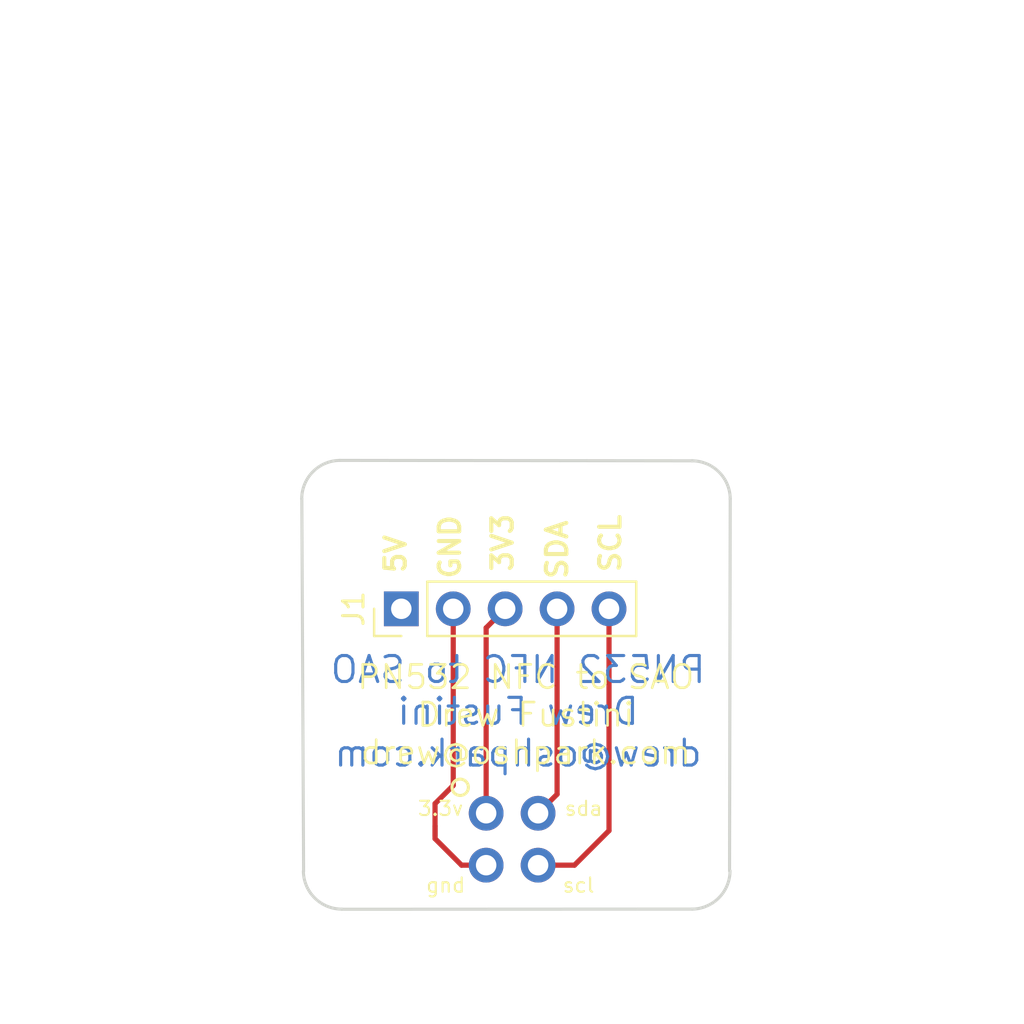
<source format=kicad_pcb>
(kicad_pcb (version 20171130) (host pcbnew 5.1.1-8be2ce7~80~ubuntu18.10.1)

  (general
    (thickness 1.6)
    (drawings 16)
    (tracks 14)
    (zones 0)
    (modules 2)
    (nets 6)
  )

  (page A4)
  (layers
    (0 F.Cu signal)
    (31 B.Cu signal)
    (32 B.Adhes user)
    (33 F.Adhes user)
    (34 B.Paste user)
    (35 F.Paste user)
    (36 B.SilkS user)
    (37 F.SilkS user)
    (38 B.Mask user)
    (39 F.Mask user)
    (40 Dwgs.User user)
    (41 Cmts.User user)
    (42 Eco1.User user)
    (43 Eco2.User user)
    (44 Edge.Cuts user)
    (45 Margin user)
    (46 B.CrtYd user)
    (47 F.CrtYd user)
    (48 B.Fab user)
    (49 F.Fab user)
  )

  (setup
    (last_trace_width 0.254)
    (user_trace_width 0.6)
    (user_trace_width 2)
    (user_trace_width 2.54)
    (trace_clearance 0.254)
    (zone_clearance 0.508)
    (zone_45_only no)
    (trace_min 0.15)
    (via_size 0.6)
    (via_drill 0.33)
    (via_min_size 0.4)
    (via_min_drill 0.3)
    (uvia_size 0.3)
    (uvia_drill 0.1)
    (uvias_allowed no)
    (uvia_min_size 0.2)
    (uvia_min_drill 0.1)
    (edge_width 0.15)
    (segment_width 0.2)
    (pcb_text_width 0.3)
    (pcb_text_size 1.5 1.5)
    (mod_edge_width 0.15)
    (mod_text_size 1 1)
    (mod_text_width 0.15)
    (pad_size 1.7 1.7)
    (pad_drill 1)
    (pad_to_mask_clearance 0.2)
    (aux_axis_origin 0 0)
    (visible_elements FFFFFF7F)
    (pcbplotparams
      (layerselection 0x010fc_80000001)
      (usegerberextensions true)
      (usegerberattributes false)
      (usegerberadvancedattributes false)
      (creategerberjobfile false)
      (excludeedgelayer true)
      (linewidth 0.100000)
      (plotframeref false)
      (viasonmask false)
      (mode 1)
      (useauxorigin false)
      (hpglpennumber 1)
      (hpglpenspeed 20)
      (hpglpendiameter 15.000000)
      (psnegative false)
      (psa4output false)
      (plotreference true)
      (plotvalue true)
      (plotinvisibletext false)
      (padsonsilk false)
      (subtractmaskfromsilk false)
      (outputformat 1)
      (mirror false)
      (drillshape 0)
      (scaleselection 1)
      (outputdirectory "output/"))
  )

  (net 0 "")
  (net 1 GND)
  (net 2 SDA)
  (net 3 SCL)
  (net 4 "Net-(J1-Pad1)")
  (net 5 VDD)

  (net_class Default "This is the default net class."
    (clearance 0.254)
    (trace_width 0.254)
    (via_dia 0.6)
    (via_drill 0.33)
    (uvia_dia 0.3)
    (uvia_drill 0.1)
    (add_net GND)
    (add_net "Net-(J1-Pad1)")
    (add_net SCL)
    (add_net SDA)
    (add_net VDD)
  )

  (module mrmeeseeks:Badgelife-Shitty-2x2 (layer F.Cu) (tedit 5AC7D7CF) (tstamp 5AC7B485)
    (at 128.5 179.5)
    (descr "Through hole angled pin header, 2x02, 2.54mm pitch, 6mm pin length, double rows")
    (tags "Through hole angled pin header THT 2x02 2.54mm double row")
    (path /5AC7B4BF)
    (fp_text reference X1 (at 0 0) (layer F.Fab)
      (effects (font (size 1 1) (thickness 0.15)))
    )
    (fp_text value SAO (at 0 4.2) (layer F.Fab)
      (effects (font (size 1 1) (thickness 0.15)))
    )
    (fp_text user sda (at 3.5 -1.5) (layer F.SilkS)
      (effects (font (size 0.7 0.7) (thickness 0.1)))
    )
    (fp_line (start -25 9) (end 25 9) (layer F.Fab) (width 0.1))
    (fp_circle (center -2.54 -2.54) (end -2.14 -2.54) (layer F.SilkS) (width 0.15))
    (fp_line (start -25 -41) (end -25 9) (layer F.Fab) (width 0.1))
    (fp_line (start 25 -41) (end 25 9) (layer F.Fab) (width 0.1))
    (fp_line (start -25 -41) (end 25 -41) (layer F.Fab) (width 0.1))
    (fp_text user scl (at 3.25 2.25) (layer F.SilkS)
      (effects (font (size 0.7 0.7) (thickness 0.1)))
    )
    (fp_text user gnd (at -3.25 2.25) (layer F.SilkS)
      (effects (font (size 0.7 0.7) (thickness 0.1)))
    )
    (fp_text user 3.3v (at -3.5 -1.5) (layer F.SilkS)
      (effects (font (size 0.7 0.7) (thickness 0.1)))
    )
    (pad 4 thru_hole circle (at 1.27 -1.27) (size 1.7 1.7) (drill 1) (layers *.Cu *.Mask)
      (net 2 SDA))
    (pad 3 thru_hole oval (at 1.27 1.27) (size 1.7 1.7) (drill 1) (layers *.Cu *.Mask)
      (net 3 SCL))
    (pad 1 thru_hole oval (at -1.27 -1.27) (size 1.7 1.7) (drill 1) (layers *.Cu *.Mask)
      (net 5 VDD))
    (pad 2 thru_hole oval (at -1.27 1.27) (size 1.7 1.7) (drill 1) (layers *.Cu *.Mask)
      (net 1 GND))
  )

  (module Connector_PinHeader_2.54mm:PinHeader_1x05_P2.54mm_Vertical (layer F.Cu) (tedit 59FED5CC) (tstamp 5CBE2AEF)
    (at 123.08 168.23 90)
    (descr "Through hole straight pin header, 1x05, 2.54mm pitch, single row")
    (tags "Through hole pin header THT 1x05 2.54mm single row")
    (path /5CBE92F5)
    (fp_text reference J1 (at 0 -2.33 90) (layer F.SilkS)
      (effects (font (size 1 1) (thickness 0.15)))
    )
    (fp_text value PN532 (at 0 12.49 90) (layer F.Fab)
      (effects (font (size 1 1) (thickness 0.15)))
    )
    (fp_line (start -0.635 -1.27) (end 1.27 -1.27) (layer F.Fab) (width 0.1))
    (fp_line (start 1.27 -1.27) (end 1.27 11.43) (layer F.Fab) (width 0.1))
    (fp_line (start 1.27 11.43) (end -1.27 11.43) (layer F.Fab) (width 0.1))
    (fp_line (start -1.27 11.43) (end -1.27 -0.635) (layer F.Fab) (width 0.1))
    (fp_line (start -1.27 -0.635) (end -0.635 -1.27) (layer F.Fab) (width 0.1))
    (fp_line (start -1.33 11.49) (end 1.33 11.49) (layer F.SilkS) (width 0.12))
    (fp_line (start -1.33 1.27) (end -1.33 11.49) (layer F.SilkS) (width 0.12))
    (fp_line (start 1.33 1.27) (end 1.33 11.49) (layer F.SilkS) (width 0.12))
    (fp_line (start -1.33 1.27) (end 1.33 1.27) (layer F.SilkS) (width 0.12))
    (fp_line (start -1.33 0) (end -1.33 -1.33) (layer F.SilkS) (width 0.12))
    (fp_line (start -1.33 -1.33) (end 0 -1.33) (layer F.SilkS) (width 0.12))
    (fp_line (start -1.8 -1.8) (end -1.8 11.95) (layer F.CrtYd) (width 0.05))
    (fp_line (start -1.8 11.95) (end 1.8 11.95) (layer F.CrtYd) (width 0.05))
    (fp_line (start 1.8 11.95) (end 1.8 -1.8) (layer F.CrtYd) (width 0.05))
    (fp_line (start 1.8 -1.8) (end -1.8 -1.8) (layer F.CrtYd) (width 0.05))
    (fp_text user %R (at 0 5.08) (layer F.Fab)
      (effects (font (size 1 1) (thickness 0.15)))
    )
    (pad 1 thru_hole rect (at 0 0 90) (size 1.7 1.7) (drill 1) (layers *.Cu *.Mask)
      (net 4 "Net-(J1-Pad1)"))
    (pad 2 thru_hole oval (at 0 2.54 90) (size 1.7 1.7) (drill 1) (layers *.Cu *.Mask)
      (net 1 GND))
    (pad 3 thru_hole oval (at 0 5.08 90) (size 1.7 1.7) (drill 1) (layers *.Cu *.Mask)
      (net 5 VDD))
    (pad 4 thru_hole oval (at 0 7.62 90) (size 1.7 1.7) (drill 1) (layers *.Cu *.Mask)
      (net 2 SDA))
    (pad 5 thru_hole oval (at 0 10.16 90) (size 1.7 1.7) (drill 1) (layers *.Cu *.Mask)
      (net 3 SCL))
    (model ${KISYS3DMOD}/Connector_PinHeader_2.54mm.3dshapes/PinHeader_1x05_P2.54mm_Vertical.wrl
      (at (xyz 0 0 0))
      (scale (xyz 1 1 1))
      (rotate (xyz 0 0 0))
    )
  )

  (gr_line (start 137.32002 160.99028) (end 120.07342 160.96996) (layer Edge.Cuts) (width 0.15))
  (gr_line (start 139.13612 181.05882) (end 139.16914 162.84956) (layer Edge.Cuts) (width 0.15))
  (gr_line (start 120.1674 182.92572) (end 137.3251 182.9181) (layer Edge.Cuts) (width 0.15))
  (gr_line (start 118.21414 162.8521) (end 118.3005 181.07152) (layer Edge.Cuts) (width 0.15))
  (gr_arc (start 120.17 181.04) (end 118.290001 181.059999) (angle -89.39049342) (layer Edge.Cuts) (width 0.15) (tstamp 5CBE2D1B))
  (gr_arc (start 137.280001 181.040001) (end 137.3 182.92) (angle -89.39049342) (layer Edge.Cuts) (width 0.15) (tstamp 5CBE2CF6))
  (gr_arc (start 137.289999 162.870105) (end 139.169998 162.850106) (angle -89.39049342) (layer Edge.Cuts) (width 0.15) (tstamp 5CBE2CF1))
  (gr_arc (start 120.090105 162.850001) (end 120.070106 160.970002) (angle -89.39049342) (layer Edge.Cuts) (width 0.15))
  (gr_text "PN532 NFC to SAO\nDrew Fustini\ndrew@oshpark.com" (at 128.78 173.25) (layer B.Mask) (tstamp 5CBE2CBB)
    (effects (font (size 1.27 1.27) (thickness 0.1524)) (justify mirror))
  )
  (gr_text "PN532 NFC to SAO\nDrew Fustini\ndrew@oshpark.com" (at 128.79 173.25) (layer B.Cu) (tstamp 5CBE2CAC)
    (effects (font (size 1.27 1.27) (thickness 0.1524)) (justify mirror))
  )
  (gr_text "PN532 NFC to SAO\nDrew Fustini\ndrew@oshpark.com" (at 129.17 173.41) (layer F.SilkS)
    (effects (font (size 1.143 1.143) (thickness 0.127)))
  )
  (gr_text SCL (at 133.30174 165.02634 90) (layer F.SilkS) (tstamp 5CBE7D2A)
    (effects (font (size 1 1) (thickness 0.2)))
  )
  (gr_text SDA (at 130.69824 165.33622 90) (layer F.SilkS) (tstamp 5CBE7D24)
    (effects (font (size 1 1) (thickness 0.2)))
  )
  (gr_text 3V3 (at 128.0287 164.99332 90) (layer F.SilkS) (tstamp 5CBE7D22)
    (effects (font (size 1 1) (thickness 0.2)))
  )
  (gr_text "GND\n" (at 125.45822 165.19906 90) (layer F.SilkS) (tstamp 5CBE7D20)
    (effects (font (size 1 1) (thickness 0.2)))
  )
  (gr_text 5V (at 122.7963 165.54958 90) (layer F.SilkS)
    (effects (font (size 1 1) (thickness 0.2)))
  )

  (segment (start 125.62 168.23) (end 125.62 176.87) (width 0.254) (layer F.Cu) (net 1))
  (segment (start 125.62 176.87) (end 124.73 177.76) (width 0.254) (layer F.Cu) (net 1))
  (segment (start 124.73 179.472081) (end 124.73 178.85) (width 0.254) (layer F.Cu) (net 1))
  (segment (start 126.027919 180.77) (end 124.73 179.472081) (width 0.254) (layer F.Cu) (net 1))
  (segment (start 127.23 180.77) (end 126.027919 180.77) (width 0.254) (layer F.Cu) (net 1))
  (segment (start 124.73 177.76) (end 124.73 178.85) (width 0.254) (layer F.Cu) (net 1))
  (segment (start 124.73 178.85) (end 124.73 179.36) (width 0.254) (layer F.Cu) (net 1))
  (segment (start 130.7 177.3) (end 130.7 168.23) (width 0.254) (layer F.Cu) (net 2))
  (segment (start 129.77 178.23) (end 130.7 177.3) (width 0.254) (layer F.Cu) (net 2))
  (segment (start 129.77 180.77) (end 131.55 180.77) (width 0.254) (layer F.Cu) (net 3))
  (segment (start 133.24 179.08) (end 133.24 168.23) (width 0.254) (layer F.Cu) (net 3))
  (segment (start 131.55 180.77) (end 133.24 179.08) (width 0.254) (layer F.Cu) (net 3))
  (segment (start 127.23 169.16) (end 128.16 168.23) (width 0.254) (layer F.Cu) (net 5))
  (segment (start 127.23 178.23) (end 127.23 169.16) (width 0.254) (layer F.Cu) (net 5))

)

</source>
